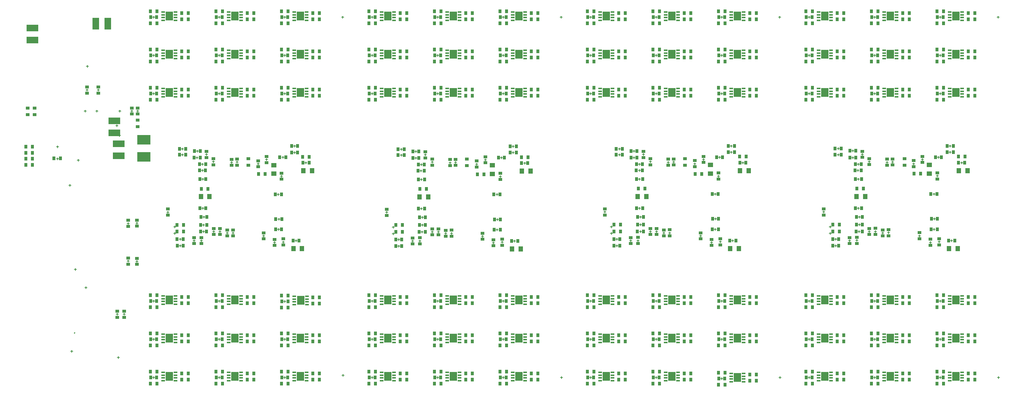
<source format=gbp>
G04*
G04 #@! TF.GenerationSoftware,Altium Limited,Altium Designer,18.1.7 (191)*
G04*
G04 Layer_Color=128*
%FSLAX25Y25*%
%MOIN*%
G70*
G01*
G75*
%ADD10C,0.00787*%
%ADD16C,0.00500*%
%ADD20R,0.03500X0.03000*%
%ADD24R,0.03937X0.04921*%
%ADD26R,0.03000X0.03500*%
%ADD31R,0.03543X0.03000*%
%ADD34R,0.03000X0.03543*%
%ADD36R,0.11000X0.06299*%
%ADD47R,0.06693X0.08071*%
%ADD48R,0.03347X0.01378*%
%ADD52R,0.06299X0.11000*%
%ADD169R,0.12000X0.09000*%
%ADD170R,0.04921X0.03937*%
D10*
X52025Y93202D02*
G03*
X52025Y93202I-394J0D01*
G01*
D16*
X102926Y296599D02*
X104926D01*
X103926Y295599D02*
Y297599D01*
X742376Y184619D02*
X744376D01*
X743376Y183619D02*
Y185619D01*
X542076Y184604D02*
X544076D01*
X543076Y183604D02*
Y185604D01*
X343386Y183259D02*
Y185259D01*
X342386Y184259D02*
X344386D01*
X46306Y228669D02*
X48306D01*
X47306Y227669D02*
Y229669D01*
X62356Y337549D02*
X64356D01*
X63356Y336549D02*
Y338549D01*
X124009Y381418D02*
Y383418D01*
X123009Y382418D02*
X125009D01*
X826546Y252185D02*
X828546D01*
X827546Y251185D02*
Y253185D01*
X862583Y249129D02*
X864583D01*
X863583Y248129D02*
Y250129D01*
X795312Y248687D02*
Y250687D01*
X794312Y249687D02*
X796312D01*
X784746Y185273D02*
Y187273D01*
X783746Y186273D02*
X785746D01*
X837246Y220429D02*
X839246D01*
X838246Y219429D02*
Y221429D01*
X824946Y181273D02*
Y183273D01*
X823946Y182273D02*
X825946D01*
X837696Y197720D02*
X839696D01*
X838696Y196720D02*
Y198720D01*
X819746Y247329D02*
Y249329D01*
X818746Y248329D02*
X820746D01*
X800346Y248829D02*
Y250829D01*
X799346Y249829D02*
X801346D01*
X778946Y249129D02*
Y251129D01*
X777946Y250129D02*
X779946D01*
X768146Y234129D02*
X770146D01*
X769146Y233129D02*
Y235129D01*
X768146Y207629D02*
X770146D01*
X769146Y206629D02*
Y208629D01*
X779046Y185229D02*
Y187229D01*
X778046Y186229D02*
X780046D01*
X791346Y183929D02*
Y185929D01*
X790346Y184929D02*
X792346D01*
X747390Y173229D02*
X749390D01*
X748390Y172229D02*
Y174229D01*
X834946Y175273D02*
Y177273D01*
X833946Y176273D02*
X835946D01*
X768846Y186329D02*
X770846D01*
X769846Y185329D02*
Y187329D01*
X768946Y192429D02*
X770946D01*
X769946Y191429D02*
Y193429D01*
X767946Y247829D02*
X769946D01*
X768946Y246829D02*
Y248829D01*
X767846Y242129D02*
X769846D01*
X768846Y241129D02*
Y243129D01*
X747346Y179329D02*
X749346D01*
X748346Y178329D02*
Y180329D01*
X841346Y254229D02*
X843346D01*
X842346Y253229D02*
Y255229D01*
X837446Y188229D02*
X839446D01*
X838446Y187229D02*
Y189229D01*
X842946Y175773D02*
Y177773D01*
X841946Y176773D02*
X843946D01*
X795746Y185029D02*
X797746D01*
X796746Y184029D02*
Y186029D01*
X767746Y177029D02*
Y179029D01*
X766746Y178029D02*
X768746D01*
X769046Y199629D02*
X771046D01*
X770046Y198629D02*
Y200629D01*
X841246Y236029D02*
Y238029D01*
X840246Y237029D02*
X842246D01*
X761146Y176929D02*
Y178929D01*
X760146Y177929D02*
X762146D01*
X763946Y252829D02*
Y254829D01*
X762946Y253829D02*
X764946D01*
X853146Y257729D02*
Y259729D01*
X852146Y258729D02*
X854146D01*
X772528Y255797D02*
Y257797D01*
X771528Y256797D02*
X773528D01*
X854446Y176829D02*
Y178829D01*
X853446Y177829D02*
X855446D01*
X763046Y260029D02*
X765046D01*
X764046Y259029D02*
Y261029D01*
X749546Y262029D02*
X751546D01*
X750546Y261029D02*
Y263029D01*
X852146Y264529D02*
X854146D01*
X853146Y263529D02*
Y265529D01*
X749546Y256529D02*
X751546D01*
X750546Y255529D02*
Y257529D01*
X543076Y189534D02*
Y191534D01*
X542076Y190534D02*
X544076D01*
X536946Y203070D02*
Y205070D01*
X535946Y204070D02*
X537946D01*
X109516Y295569D02*
Y297569D01*
X108516Y296569D02*
X110516D01*
X91877Y296599D02*
X93877D01*
X92877Y295599D02*
Y297599D01*
X89496Y283279D02*
X91496D01*
X90496Y282279D02*
Y284279D01*
X92752Y273319D02*
Y275319D01*
X91752Y274319D02*
X93752D01*
X35898Y251973D02*
Y253973D01*
X34898Y252973D02*
X36898D01*
X124009Y311418D02*
Y313418D01*
X123009Y312418D02*
X125009D01*
X724009Y121418D02*
Y123418D01*
X723009Y122418D02*
X725009D01*
X723009D02*
X725009D01*
X724009Y121418D02*
Y123418D01*
X342386Y190189D02*
X344386D01*
X343386Y189189D02*
Y191189D01*
X347356Y178969D02*
X349356D01*
X348356Y177969D02*
Y179969D01*
X368856Y185969D02*
X370856D01*
X369856Y184969D02*
Y186969D01*
X368956Y192069D02*
X370956D01*
X369956Y191069D02*
Y193069D01*
X368156Y233769D02*
X370156D01*
X369156Y232769D02*
Y234769D01*
X367856Y241769D02*
X369856D01*
X368856Y240769D02*
Y242769D01*
X391356Y183569D02*
Y185569D01*
X390356Y184569D02*
X392356D01*
X453456Y177469D02*
X455456D01*
X454456Y176469D02*
Y178469D01*
X452156Y258369D02*
X454156D01*
X453156Y257369D02*
Y259369D01*
X452156Y264169D02*
X454156D01*
X453156Y263169D02*
Y265169D01*
X347400Y172869D02*
X349400D01*
X348400Y171869D02*
Y173869D01*
X362956Y253469D02*
X364956D01*
X363956Y252469D02*
Y254469D01*
X367756Y176669D02*
Y178669D01*
X366756Y177669D02*
X368756D01*
X368156Y207269D02*
X370156D01*
X369156Y206269D02*
Y208269D01*
X369056Y199269D02*
X371056D01*
X370056Y198269D02*
Y200269D01*
X363056Y259669D02*
X365056D01*
X364056Y258669D02*
Y260669D01*
X384756Y184913D02*
Y186913D01*
X383756Y185913D02*
X385756D01*
X400356Y248469D02*
Y250469D01*
X399356Y249469D02*
X401356D01*
X437456Y187869D02*
X439456D01*
X438456Y186869D02*
Y188869D01*
X437256Y220069D02*
X439256D01*
X438256Y219069D02*
Y221069D01*
X441356Y253869D02*
X443356D01*
X442356Y252869D02*
Y254869D01*
X367956Y247469D02*
X369956D01*
X368956Y246469D02*
Y248469D01*
X336256Y203725D02*
X338256D01*
X337256Y202725D02*
Y204725D01*
X349556Y256169D02*
X351556D01*
X350556Y255169D02*
Y257169D01*
X372538Y255437D02*
Y257437D01*
X371538Y256437D02*
X373538D01*
X396756Y183669D02*
Y185669D01*
X395756Y184669D02*
X397756D01*
X424956Y180913D02*
Y182913D01*
X423956Y181913D02*
X425956D01*
X434956Y174913D02*
Y176913D01*
X433956Y175913D02*
X435956D01*
X442956Y175413D02*
Y177413D01*
X441956Y176413D02*
X443956D01*
X441256Y235669D02*
Y237669D01*
X440256Y236669D02*
X442256D01*
X419756Y246969D02*
Y248969D01*
X418756Y247969D02*
X420756D01*
X427556Y250825D02*
Y252825D01*
X426556Y251825D02*
X428556D01*
X462593Y248769D02*
X464593D01*
X463593Y247769D02*
Y249769D01*
X349556Y261669D02*
X351556D01*
X350556Y260669D02*
Y262669D01*
X379056Y184869D02*
Y186869D01*
X378056Y185869D02*
X380056D01*
X361156Y176569D02*
Y178569D01*
X360156Y177569D02*
X362156D01*
X378956Y248769D02*
Y250769D01*
X377956Y249769D02*
X379956D01*
X395322Y248327D02*
Y250327D01*
X394322Y249327D02*
X396322D01*
X437706Y197360D02*
X439706D01*
X438706Y196360D02*
Y198360D01*
X495985Y382676D02*
X497985D01*
X496985Y381676D02*
Y383676D01*
X324009Y311418D02*
Y313418D01*
X323009Y312418D02*
X325009D01*
X724009Y311418D02*
Y313418D01*
X723009Y312418D02*
X725009D01*
X324009Y346418D02*
Y348418D01*
X323009Y347418D02*
X325009D01*
X524009Y346418D02*
Y348418D01*
X523009Y347418D02*
X525009D01*
X724009Y346418D02*
Y348418D01*
X723009Y347418D02*
X725009D01*
X324009Y381418D02*
Y383418D01*
X323009Y382418D02*
X325009D01*
X524009Y381418D02*
Y383418D01*
X523009Y382418D02*
X525009D01*
X724009Y381418D02*
Y383418D01*
X723009Y382418D02*
X725009D01*
X384009Y311418D02*
Y313418D01*
X383009Y312418D02*
X385009D01*
X584009Y311418D02*
Y313418D01*
X583009Y312418D02*
X585009D01*
X784009Y311418D02*
Y313418D01*
X783009Y312418D02*
X785009D01*
X384009Y346418D02*
Y348418D01*
X383009Y347418D02*
X385009D01*
X584009Y346418D02*
Y348418D01*
X583009Y347418D02*
X585009D01*
X784009Y346418D02*
Y348418D01*
X783009Y347418D02*
X785009D01*
X384009Y381418D02*
Y383418D01*
X383009Y382418D02*
X385009D01*
X584009Y381418D02*
Y383418D01*
X583009Y382418D02*
X585009D01*
X784009Y381418D02*
Y383418D01*
X783009Y382418D02*
X785009D01*
X444009Y311418D02*
Y313418D01*
X443009Y312418D02*
X445009D01*
X644009Y311418D02*
Y313418D01*
X643009Y312418D02*
X645009D01*
X844009Y311418D02*
Y313418D01*
X843009Y312418D02*
X845009D01*
X444009Y346418D02*
Y348418D01*
X443009Y347418D02*
X445009D01*
X644009Y346418D02*
Y348418D01*
X643009Y347418D02*
X645009D01*
X844009Y346418D02*
Y348418D01*
X843009Y347418D02*
X845009D01*
X444009Y381418D02*
Y383418D01*
X443009Y382418D02*
X445009D01*
X644009Y381418D02*
Y383418D01*
X643009Y382418D02*
X645009D01*
X844009Y381418D02*
Y383418D01*
X843009Y382418D02*
X845009D01*
X324009Y121418D02*
Y123418D01*
X323009Y122418D02*
X325009D01*
X524009Y121418D02*
Y123418D01*
X523009Y122418D02*
X525009D01*
X324009Y86418D02*
Y88418D01*
X323009Y87418D02*
X325009D01*
X524009Y86418D02*
Y88418D01*
X523009Y87418D02*
X525009D01*
X724009Y86418D02*
Y88418D01*
X723009Y87418D02*
X725009D01*
X323009Y52418D02*
X325009D01*
X324009Y51418D02*
Y53418D01*
X523009Y52418D02*
X525009D01*
X524009Y51418D02*
Y53418D01*
X723009Y52418D02*
X725009D01*
X724009Y51418D02*
Y53418D01*
X384009Y121418D02*
Y123418D01*
X383009Y122418D02*
X385009D01*
X584009Y121418D02*
Y123418D01*
X583009Y122418D02*
X585009D01*
X784009Y121418D02*
Y123418D01*
X783009Y122418D02*
X785009D01*
X384009Y86418D02*
Y88418D01*
X383009Y87418D02*
X385009D01*
X584009Y86418D02*
Y88418D01*
X583009Y87418D02*
X585009D01*
X784009Y86418D02*
Y88418D01*
X783009Y87418D02*
X785009D01*
X384009Y51418D02*
Y53418D01*
X383009Y52418D02*
X385009D01*
X584009Y51418D02*
Y53418D01*
X583009Y52418D02*
X585009D01*
X784009Y51418D02*
Y53418D01*
X783009Y52418D02*
X785009D01*
X444009Y121418D02*
Y123418D01*
X443009Y122418D02*
X445009D01*
X644009Y121418D02*
Y123418D01*
X643009Y122418D02*
X645009D01*
X844009Y121418D02*
Y123418D01*
X843009Y122418D02*
X845009D01*
X444009Y86418D02*
Y88418D01*
X443009Y87418D02*
X445009D01*
X644009Y86418D02*
Y88418D01*
X643009Y87418D02*
X645009D01*
X844009Y86418D02*
Y88418D01*
X843009Y87418D02*
X845009D01*
X444009Y51418D02*
Y53418D01*
X443009Y52418D02*
X445009D01*
X644009Y50418D02*
Y52418D01*
X643009Y51418D02*
X645009D01*
X844009D02*
Y53418D01*
X843009Y52418D02*
X845009D01*
X524009Y311418D02*
Y313418D01*
X523009Y312418D02*
X525009D01*
X143276Y183519D02*
Y185519D01*
X142276Y184519D02*
X144276D01*
X143276Y189449D02*
Y191449D01*
X142276Y190449D02*
X144276D01*
X137146Y202985D02*
Y204985D01*
X136146Y203985D02*
X138146D01*
X123009Y87418D02*
X125009D01*
X124009Y86418D02*
Y88418D01*
X123009Y122418D02*
X125009D01*
X124009Y121418D02*
Y123418D01*
X123009Y52418D02*
X125009D01*
X124009Y51418D02*
Y53418D01*
X183009Y122418D02*
X185009D01*
X184009Y121418D02*
Y123418D01*
X183009Y87418D02*
X185009D01*
X184009Y86418D02*
Y88418D01*
X183009Y52418D02*
X185009D01*
X184009Y51418D02*
Y53418D01*
X243126Y122059D02*
X245126D01*
X244126Y121059D02*
Y123059D01*
X243009Y87418D02*
X245009D01*
X244009Y86418D02*
Y88418D01*
X243009Y52418D02*
X245009D01*
X244009Y51418D02*
Y53418D01*
X123009Y122418D02*
X125009D01*
X124009Y121418D02*
Y123418D01*
X297267Y53442D02*
Y55442D01*
X296267Y54442D02*
X298267D01*
X243009Y52418D02*
X245009D01*
X244009Y51418D02*
Y53418D01*
X243009Y87418D02*
X245009D01*
X244009Y86418D02*
Y88418D01*
X243126Y122059D02*
X245126D01*
X244126Y121059D02*
Y123059D01*
X183009Y52418D02*
X185009D01*
X184009Y51418D02*
Y53418D01*
X183009Y87418D02*
X185009D01*
X184009Y86418D02*
Y88418D01*
X183009Y122418D02*
X185009D01*
X184009Y121418D02*
Y123418D01*
X123009Y52418D02*
X125009D01*
X124009Y51418D02*
Y53418D01*
X123009Y87418D02*
X125009D01*
X124009Y86418D02*
Y88418D01*
X184009Y381418D02*
Y383418D01*
X183009Y382418D02*
X185009D01*
X123009Y312418D02*
X125009D01*
X124009Y311418D02*
Y313418D01*
X243009Y312418D02*
X245009D01*
X244009Y311418D02*
Y313418D01*
X123009Y382418D02*
X125009D01*
X124009Y381418D02*
Y383418D01*
X243009Y382418D02*
X245009D01*
X244009Y381418D02*
Y383418D01*
X123009Y347418D02*
X125009D01*
X124009Y346418D02*
Y348418D01*
X243009Y347418D02*
X245009D01*
X244009Y346418D02*
Y348418D01*
X183009Y312418D02*
X185009D01*
X184009Y311418D02*
Y313418D01*
X183009Y382418D02*
X185009D01*
X184009Y381418D02*
Y383418D01*
X183009Y347418D02*
X185009D01*
X184009Y346418D02*
Y348418D01*
X243009Y312418D02*
X245009D01*
X244009Y311418D02*
Y313418D01*
X243009Y382418D02*
X245009D01*
X244009Y381418D02*
Y383418D01*
X123009Y347418D02*
X125009D01*
X124009Y346418D02*
Y348418D01*
X243009Y347418D02*
X245009D01*
X244009Y346418D02*
Y348418D01*
X183009Y312418D02*
X185009D01*
X184009Y311418D02*
Y313418D01*
X296985Y381676D02*
Y383676D01*
X295985Y382676D02*
X297985D01*
X183009Y347418D02*
X185009D01*
X184009Y346418D02*
Y348418D01*
X723009Y312418D02*
X725009D01*
X724009Y311418D02*
Y313418D01*
X523009Y312418D02*
X525009D01*
X524009Y311418D02*
Y313418D01*
X323009Y312418D02*
X325009D01*
X324009Y311418D02*
Y313418D01*
X897267Y51442D02*
Y53442D01*
X896267Y52442D02*
X898267D01*
X697267Y51442D02*
Y53442D01*
X696267Y52442D02*
X698267D01*
X497267Y51442D02*
Y53442D01*
X496267Y52442D02*
X498267D01*
X843009Y52418D02*
X845009D01*
X844009Y51418D02*
Y53418D01*
X643009Y51418D02*
X645009D01*
X644009Y50418D02*
Y52418D01*
X443009D02*
X445009D01*
X444009Y51418D02*
Y53418D01*
X843009Y87418D02*
X845009D01*
X844009Y86418D02*
Y88418D01*
X643009Y87418D02*
X645009D01*
X644009Y86418D02*
Y88418D01*
X443009Y87418D02*
X445009D01*
X444009Y86418D02*
Y88418D01*
X843009Y122418D02*
X845009D01*
X844009Y121418D02*
Y123418D01*
X643009Y122418D02*
X645009D01*
X644009Y121418D02*
Y123418D01*
X443009Y122418D02*
X445009D01*
X444009Y121418D02*
Y123418D01*
X783009Y52418D02*
X785009D01*
X784009Y51418D02*
Y53418D01*
X583009Y52418D02*
X585009D01*
X584009Y51418D02*
Y53418D01*
X383009Y52418D02*
X385009D01*
X384009Y51418D02*
Y53418D01*
X783009Y87418D02*
X785009D01*
X784009Y86418D02*
Y88418D01*
X583009Y87418D02*
X585009D01*
X584009Y86418D02*
Y88418D01*
X383009Y87418D02*
X385009D01*
X384009Y86418D02*
Y88418D01*
X783009Y122418D02*
X785009D01*
X784009Y121418D02*
Y123418D01*
X583009Y122418D02*
X585009D01*
X584009Y121418D02*
Y123418D01*
X383009Y122418D02*
X385009D01*
X384009Y121418D02*
Y123418D01*
X723009Y52418D02*
X725009D01*
X724009Y51418D02*
Y53418D01*
X523009Y52418D02*
X525009D01*
X524009Y51418D02*
Y53418D01*
X323009Y52418D02*
X325009D01*
X324009Y51418D02*
Y53418D01*
X723009Y87418D02*
X725009D01*
X724009Y86418D02*
Y88418D01*
X523009Y87418D02*
X525009D01*
X524009Y86418D02*
Y88418D01*
X323009Y87418D02*
X325009D01*
X324009Y86418D02*
Y88418D01*
X523009Y122418D02*
X525009D01*
X524009Y121418D02*
Y123418D01*
X323009Y122418D02*
X325009D01*
X324009Y121418D02*
Y123418D01*
X896985Y381676D02*
Y383676D01*
X895985Y382676D02*
X897985D01*
X696985Y381676D02*
Y383676D01*
X695985Y382676D02*
X697985D01*
X843009Y382418D02*
X845009D01*
X844009Y381418D02*
Y383418D01*
X643009Y382418D02*
X645009D01*
X644009Y381418D02*
Y383418D01*
X443009Y382418D02*
X445009D01*
X444009Y381418D02*
Y383418D01*
X843009Y347418D02*
X845009D01*
X844009Y346418D02*
Y348418D01*
X643009Y347418D02*
X645009D01*
X644009Y346418D02*
Y348418D01*
X443009Y347418D02*
X445009D01*
X444009Y346418D02*
Y348418D01*
X843009Y312418D02*
X845009D01*
X844009Y311418D02*
Y313418D01*
X643009Y312418D02*
X645009D01*
X644009Y311418D02*
Y313418D01*
X443009Y312418D02*
X445009D01*
X444009Y311418D02*
Y313418D01*
X783009Y382418D02*
X785009D01*
X784009Y381418D02*
Y383418D01*
X583009Y382418D02*
X585009D01*
X584009Y381418D02*
Y383418D01*
X383009Y382418D02*
X385009D01*
X384009Y381418D02*
Y383418D01*
X783009Y347418D02*
X785009D01*
X784009Y346418D02*
Y348418D01*
X583009Y347418D02*
X585009D01*
X584009Y346418D02*
Y348418D01*
X383009Y347418D02*
X385009D01*
X384009Y346418D02*
Y348418D01*
X783009Y312418D02*
X785009D01*
X784009Y311418D02*
Y313418D01*
X583009Y312418D02*
X585009D01*
X584009Y311418D02*
Y313418D01*
X383009Y312418D02*
X385009D01*
X384009Y311418D02*
Y313418D01*
X723009Y382418D02*
X725009D01*
X724009Y381418D02*
Y383418D01*
X523009Y382418D02*
X525009D01*
X524009Y381418D02*
Y383418D01*
X323009Y382418D02*
X325009D01*
X324009Y381418D02*
Y383418D01*
X723009Y347418D02*
X725009D01*
X724009Y346418D02*
Y348418D01*
X523009Y347418D02*
X525009D01*
X524009Y346418D02*
Y348418D01*
X323009Y347418D02*
X325009D01*
X324009Y346418D02*
Y348418D01*
X100836Y158093D02*
Y160093D01*
X99836Y159093D02*
X101836D01*
X100846Y192625D02*
Y194625D01*
X99846Y193625D02*
X101846D01*
X108806Y157849D02*
Y159849D01*
X107806Y158849D02*
X109806D01*
X108706Y192839D02*
Y194839D01*
X107706Y193839D02*
X109706D01*
X262483Y249029D02*
X264483D01*
X263483Y248029D02*
Y250029D01*
X195212Y248587D02*
Y250587D01*
X194212Y249587D02*
X196212D01*
X184646Y185173D02*
Y187173D01*
X183646Y186173D02*
X185646D01*
X237146Y220329D02*
X239146D01*
X238146Y219329D02*
Y221329D01*
X224846Y181173D02*
Y183173D01*
X223846Y182173D02*
X225846D01*
X237596Y197620D02*
X239596D01*
X238596Y196620D02*
Y198620D01*
X219646Y247229D02*
Y249229D01*
X218646Y248229D02*
X220646D01*
X200246Y248729D02*
Y250729D01*
X199246Y249729D02*
X201246D01*
X178846Y249029D02*
Y251029D01*
X177846Y250029D02*
X179846D01*
X168046Y234029D02*
X170046D01*
X169046Y233029D02*
Y235029D01*
X168046Y207529D02*
X170046D01*
X169046Y206529D02*
Y208529D01*
X178946Y185129D02*
Y187129D01*
X177946Y186129D02*
X179946D01*
X191246Y183829D02*
Y185829D01*
X190246Y184829D02*
X192246D01*
X147290Y173129D02*
X149290D01*
X148290Y172129D02*
Y174129D01*
X234846Y175173D02*
Y177173D01*
X233846Y176173D02*
X235846D01*
X168746Y186229D02*
X170746D01*
X169746Y185229D02*
Y187229D01*
X168846Y192329D02*
X170846D01*
X169846Y191329D02*
Y193329D01*
X167846Y247729D02*
X169846D01*
X168846Y246729D02*
Y248729D01*
X167746Y242029D02*
X169746D01*
X168746Y241029D02*
Y243029D01*
X147246Y179229D02*
X149246D01*
X148246Y178229D02*
Y180229D01*
X241246Y254129D02*
X243246D01*
X242246Y253129D02*
Y255129D01*
X237346Y188129D02*
X239346D01*
X238346Y187129D02*
Y189129D01*
X242846Y175673D02*
Y177673D01*
X241846Y176673D02*
X243846D01*
X196646Y183929D02*
Y185929D01*
X195646Y184929D02*
X197646D01*
X167646Y176929D02*
Y178929D01*
X166646Y177929D02*
X168646D01*
X168946Y199529D02*
X170946D01*
X169946Y198529D02*
Y200529D01*
X241146Y235929D02*
Y237929D01*
X240146Y236929D02*
X242146D01*
X161046Y176829D02*
Y178829D01*
X160046Y177829D02*
X162046D01*
X162846Y253729D02*
X164846D01*
X163846Y252729D02*
Y254729D01*
X252046Y258629D02*
X254046D01*
X253046Y257629D02*
Y259629D01*
X172428Y255697D02*
Y257697D01*
X171428Y256697D02*
X173428D01*
X253346Y177729D02*
X255346D01*
X254346Y176729D02*
Y178729D01*
X162946Y259929D02*
X164946D01*
X163946Y258929D02*
Y260929D01*
X149446Y261929D02*
X151446D01*
X150446Y260929D02*
Y262929D01*
X252046Y264429D02*
X254046D01*
X253046Y263429D02*
Y265429D01*
X227446Y251085D02*
Y253085D01*
X226446Y252085D02*
X228446D01*
X149446Y256429D02*
X151446D01*
X150446Y255429D02*
Y257429D01*
X663283Y248114D02*
Y250114D01*
X662283Y249114D02*
X664283D01*
X594012Y249672D02*
X596012D01*
X595012Y248672D02*
Y250672D01*
X583446Y186258D02*
X585446D01*
X584446Y185258D02*
Y187258D01*
X637946Y219414D02*
Y221414D01*
X636946Y220414D02*
X638946D01*
X623646Y182258D02*
X625646D01*
X624646Y181258D02*
Y183258D01*
X638396Y196705D02*
Y198705D01*
X637396Y197705D02*
X639396D01*
X618446Y248314D02*
X620446D01*
X619446Y247314D02*
Y249314D01*
X599046Y249814D02*
X601046D01*
X600046Y248814D02*
Y250814D01*
X577646Y250114D02*
X579646D01*
X578646Y249114D02*
Y251114D01*
X568846Y233114D02*
Y235114D01*
X567846Y234114D02*
X569846D01*
X568846Y206614D02*
Y208614D01*
X567846Y207614D02*
X569846D01*
X577746Y186214D02*
X579746D01*
X578746Y185214D02*
Y187214D01*
X590046Y184914D02*
X592046D01*
X591046Y183914D02*
Y185914D01*
X548090Y172214D02*
Y174214D01*
X547090Y173214D02*
X549090D01*
X633646Y176258D02*
X635646D01*
X634646Y175258D02*
Y177258D01*
X569546Y185314D02*
Y187314D01*
X568546Y186314D02*
X570546D01*
X569646Y191414D02*
Y193414D01*
X568646Y192414D02*
X570646D01*
X568646Y246814D02*
Y248814D01*
X567646Y247814D02*
X569646D01*
X568546Y241114D02*
Y243114D01*
X567546Y242114D02*
X569546D01*
X548046Y178314D02*
Y180314D01*
X547046Y179314D02*
X549046D01*
X642046Y253214D02*
Y255214D01*
X641046Y254214D02*
X643046D01*
X638146Y187214D02*
Y189214D01*
X637146Y188214D02*
X639146D01*
X641646Y176758D02*
X643646D01*
X642646Y175758D02*
Y177758D01*
X595446Y185014D02*
X597446D01*
X596446Y184014D02*
Y186014D01*
X566446Y178014D02*
X568446D01*
X567446Y177014D02*
Y179014D01*
X569746Y198614D02*
Y200614D01*
X568746Y199614D02*
X570746D01*
X639946Y237014D02*
X641946D01*
X640946Y236014D02*
Y238014D01*
X559846Y177914D02*
X561846D01*
X560846Y176914D02*
Y178914D01*
X563646Y252814D02*
Y254814D01*
X562646Y253814D02*
X564646D01*
X652846Y257714D02*
Y259714D01*
X651846Y258714D02*
X653846D01*
X571228Y256782D02*
X573228D01*
X572228Y255782D02*
Y257782D01*
X654146Y176814D02*
Y178814D01*
X653146Y177814D02*
X655146D01*
X563746Y259014D02*
Y261014D01*
X562746Y260014D02*
X564746D01*
X550246Y261014D02*
Y263014D01*
X549246Y262014D02*
X551246D01*
X652846Y263514D02*
Y265514D01*
X651846Y264514D02*
X653846D01*
X626246Y252170D02*
X628246D01*
X627246Y251170D02*
Y253170D01*
X550246Y255514D02*
Y257514D01*
X549246Y256514D02*
X551246D01*
X742376Y190549D02*
X744376D01*
X743376Y189549D02*
Y191549D01*
X36160Y262889D02*
Y264889D01*
X35160Y263889D02*
X37160D01*
X63126Y314709D02*
Y316709D01*
X62126Y315709D02*
X64126D01*
X73366Y314709D02*
Y316709D01*
X72366Y315709D02*
X74366D01*
X55116Y250499D02*
Y252499D01*
X54116Y251499D02*
X56116D01*
X51350Y151549D02*
X53350D01*
X52350Y150549D02*
Y152549D01*
X47976Y76499D02*
X49976D01*
X48976Y75499D02*
Y77499D01*
X62132Y133699D02*
Y135699D01*
X61132Y134699D02*
X63132D01*
X91576Y69699D02*
Y71699D01*
X90576Y70699D02*
X92576D01*
X95976Y110399D02*
X97976D01*
X96976Y109399D02*
Y111399D01*
X89698Y110399D02*
X91698D01*
X90698Y109399D02*
Y111399D01*
X736246Y204085D02*
X738246D01*
X737246Y203085D02*
Y205085D01*
X61246Y295669D02*
Y297669D01*
X60246Y296669D02*
X62246D01*
X71952Y295489D02*
Y297489D01*
X70952Y296489D02*
X72952D01*
D20*
X610256Y246814D02*
D03*
X811406Y246829D02*
D03*
X109506Y288139D02*
D03*
Y282139D02*
D03*
X410546Y246469D02*
D03*
Y252469D02*
D03*
X210676Y252729D02*
D03*
Y246729D02*
D03*
X610256Y252814D02*
D03*
X8626Y299089D02*
D03*
Y293089D02*
D03*
X15146Y299089D02*
D03*
Y293089D02*
D03*
X811406Y252829D02*
D03*
D24*
X459893Y170169D02*
D03*
X375293Y217869D02*
D03*
X461156Y241569D02*
D03*
X175183Y218129D02*
D03*
X261046Y241829D02*
D03*
X574983Y218214D02*
D03*
X660846Y241914D02*
D03*
X775283Y218229D02*
D03*
X861146Y241929D02*
D03*
X259783Y170429D02*
D03*
X659583Y170514D02*
D03*
X859883Y170529D02*
D03*
X268920Y241829D02*
D03*
X367419Y217869D02*
D03*
X452019Y170169D02*
D03*
X469030Y241569D02*
D03*
X869020Y241929D02*
D03*
X767409Y218229D02*
D03*
X852009Y170529D02*
D03*
X167309Y218129D02*
D03*
X251909Y170429D02*
D03*
X668720Y241914D02*
D03*
X567109Y218214D02*
D03*
X651709Y170514D02*
D03*
D26*
X7180Y247229D02*
D03*
X13180D02*
D03*
Y252783D02*
D03*
X7180D02*
D03*
X460593Y254359D02*
D03*
X173746Y225329D02*
D03*
X373856Y225069D02*
D03*
X773846Y225429D02*
D03*
X260483Y254619D02*
D03*
X660283Y254704D02*
D03*
X860583Y254719D02*
D03*
X420486Y238449D02*
D03*
X820136Y239129D02*
D03*
X573546Y225414D02*
D03*
X266483Y254619D02*
D03*
X727009Y127918D02*
D03*
X721009D02*
D03*
X727009Y116918D02*
D03*
X721009D02*
D03*
X351556Y185969D02*
D03*
X345556D02*
D03*
X351556Y192069D02*
D03*
X345556D02*
D03*
X367856Y225069D02*
D03*
X426486Y238449D02*
D03*
X466593Y254359D02*
D03*
X349709Y310518D02*
D03*
X355709D02*
D03*
X349709Y316218D02*
D03*
X355709D02*
D03*
X321009Y306918D02*
D03*
X327009D02*
D03*
X321009Y317918D02*
D03*
X327009D02*
D03*
X721009Y306918D02*
D03*
X727009D02*
D03*
X749709Y310518D02*
D03*
X755709D02*
D03*
X721009Y317918D02*
D03*
X727009D02*
D03*
X749709Y316218D02*
D03*
X755709D02*
D03*
X321009Y341918D02*
D03*
X327009D02*
D03*
X349709Y345518D02*
D03*
X355709D02*
D03*
X321009Y352918D02*
D03*
X327009D02*
D03*
X349709Y351218D02*
D03*
X355709D02*
D03*
X521009Y341918D02*
D03*
X527009D02*
D03*
X549709Y345518D02*
D03*
X555709D02*
D03*
X521009Y352918D02*
D03*
X527009D02*
D03*
X549709Y351218D02*
D03*
X555709D02*
D03*
X721009Y341918D02*
D03*
X727009D02*
D03*
X749709Y345518D02*
D03*
X755709D02*
D03*
X721009Y352918D02*
D03*
X727009D02*
D03*
X749709Y351218D02*
D03*
X755709D02*
D03*
X321009Y376918D02*
D03*
X327009D02*
D03*
X349709Y380518D02*
D03*
X355709D02*
D03*
X321009Y387918D02*
D03*
X327009D02*
D03*
X349709Y386218D02*
D03*
X355709D02*
D03*
X521009Y376918D02*
D03*
X527009D02*
D03*
X549709Y380518D02*
D03*
X555709D02*
D03*
X521009Y387918D02*
D03*
X527009D02*
D03*
X549709Y386218D02*
D03*
X555709D02*
D03*
X721009Y376918D02*
D03*
X727009D02*
D03*
X749709Y380518D02*
D03*
X755709D02*
D03*
X721009Y387918D02*
D03*
X727009D02*
D03*
X749709Y386218D02*
D03*
X755709D02*
D03*
X381009Y306918D02*
D03*
X387009D02*
D03*
X409709Y310518D02*
D03*
X415709D02*
D03*
X381009Y317918D02*
D03*
X387009D02*
D03*
X409709Y316218D02*
D03*
X415709D02*
D03*
X581009Y306918D02*
D03*
X587009D02*
D03*
X609709Y310518D02*
D03*
X615709D02*
D03*
X581009Y317918D02*
D03*
X587009D02*
D03*
X609709Y316218D02*
D03*
X615709D02*
D03*
X781009Y306918D02*
D03*
X787009D02*
D03*
X809709Y310518D02*
D03*
X815709D02*
D03*
X781009Y317918D02*
D03*
X787009D02*
D03*
X809709Y316218D02*
D03*
X815709D02*
D03*
X381009Y341918D02*
D03*
X387009D02*
D03*
X409709Y345518D02*
D03*
X415709D02*
D03*
X381009Y352918D02*
D03*
X387009D02*
D03*
X409709Y351218D02*
D03*
X415709D02*
D03*
X581009Y341918D02*
D03*
X587009D02*
D03*
X609709Y345518D02*
D03*
X615709D02*
D03*
X581009Y352918D02*
D03*
X587009D02*
D03*
X609709Y351218D02*
D03*
X615709D02*
D03*
X781009Y341918D02*
D03*
X787009D02*
D03*
X809709Y345518D02*
D03*
X815709D02*
D03*
X781009Y352918D02*
D03*
X787009D02*
D03*
X809709Y351218D02*
D03*
X815709D02*
D03*
X381009Y376918D02*
D03*
X387009D02*
D03*
X409709Y380518D02*
D03*
X415709D02*
D03*
X381009Y387918D02*
D03*
X387009D02*
D03*
X409709Y386218D02*
D03*
X415709D02*
D03*
X581009Y376918D02*
D03*
X587009D02*
D03*
X609709Y380518D02*
D03*
X615709D02*
D03*
X581009Y387918D02*
D03*
X587009D02*
D03*
X609709Y386218D02*
D03*
X615709D02*
D03*
X781009Y376918D02*
D03*
X787009D02*
D03*
X809709Y380518D02*
D03*
X815709D02*
D03*
X781009Y387918D02*
D03*
X787009D02*
D03*
X809709Y386218D02*
D03*
X815709D02*
D03*
X441009Y306918D02*
D03*
X447009D02*
D03*
X469709Y310518D02*
D03*
X475709D02*
D03*
X441009Y317918D02*
D03*
X447009D02*
D03*
X469709Y316218D02*
D03*
X475709D02*
D03*
X641009Y306918D02*
D03*
X647009D02*
D03*
X669709Y310518D02*
D03*
X675709D02*
D03*
X641009Y317918D02*
D03*
X647009D02*
D03*
X669709Y316218D02*
D03*
X675709D02*
D03*
X841009Y306918D02*
D03*
X847009D02*
D03*
X869709Y310518D02*
D03*
X875709D02*
D03*
X841009Y317918D02*
D03*
X847009D02*
D03*
X869709Y316218D02*
D03*
X875709D02*
D03*
X441009Y341918D02*
D03*
X447009D02*
D03*
X469709Y345518D02*
D03*
X475709D02*
D03*
X441009Y352918D02*
D03*
X447009D02*
D03*
X469709Y351218D02*
D03*
X475709D02*
D03*
X641009Y341918D02*
D03*
X647009D02*
D03*
X669709Y345518D02*
D03*
X675709D02*
D03*
X641009Y352918D02*
D03*
X647009D02*
D03*
X669709Y351218D02*
D03*
X675709D02*
D03*
X841009Y341918D02*
D03*
X847009D02*
D03*
X869709Y345518D02*
D03*
X875709D02*
D03*
X841009Y352918D02*
D03*
X847009D02*
D03*
X869709Y351218D02*
D03*
X875709D02*
D03*
X441009Y376918D02*
D03*
X447009D02*
D03*
X469709Y380518D02*
D03*
X475709D02*
D03*
X441009Y387918D02*
D03*
X447009D02*
D03*
X469709Y386218D02*
D03*
X475709D02*
D03*
X641009Y376918D02*
D03*
X647009D02*
D03*
X669709Y380518D02*
D03*
X675709D02*
D03*
X641009Y387918D02*
D03*
X647009D02*
D03*
X669709Y386218D02*
D03*
X675709D02*
D03*
X841009Y376918D02*
D03*
X847009D02*
D03*
X869709Y380518D02*
D03*
X875709D02*
D03*
X841009Y387918D02*
D03*
X847009D02*
D03*
X869709Y386218D02*
D03*
X875709D02*
D03*
X321009Y116918D02*
D03*
X327009D02*
D03*
X349709Y120518D02*
D03*
X355709D02*
D03*
X321009Y127918D02*
D03*
X327009D02*
D03*
X349709Y126218D02*
D03*
X355709D02*
D03*
X521009Y116918D02*
D03*
X527009D02*
D03*
X549709Y120518D02*
D03*
X555709D02*
D03*
X521009Y127918D02*
D03*
X527009D02*
D03*
X549709Y126218D02*
D03*
X555709D02*
D03*
X749709Y120518D02*
D03*
X755709D02*
D03*
X749709Y126218D02*
D03*
X755709D02*
D03*
X321009Y81918D02*
D03*
X327009D02*
D03*
X349709Y85518D02*
D03*
X355709D02*
D03*
X321009Y92918D02*
D03*
X327009D02*
D03*
X349709Y91218D02*
D03*
X355709D02*
D03*
X521009Y81918D02*
D03*
X527009D02*
D03*
X549709Y85518D02*
D03*
X555709D02*
D03*
X521009Y92918D02*
D03*
X527009D02*
D03*
X549709Y91218D02*
D03*
X555709D02*
D03*
X721009Y81918D02*
D03*
X727009D02*
D03*
X749709Y85518D02*
D03*
X755709D02*
D03*
X721009Y92918D02*
D03*
X727009D02*
D03*
X749709Y91218D02*
D03*
X755709D02*
D03*
X321009Y46918D02*
D03*
X327009D02*
D03*
X349709Y50518D02*
D03*
X355709D02*
D03*
X321009Y57918D02*
D03*
X327009D02*
D03*
X349709Y56218D02*
D03*
X355709D02*
D03*
X521009Y46918D02*
D03*
X527009D02*
D03*
X549709Y50518D02*
D03*
X555709D02*
D03*
X521009Y57918D02*
D03*
X527009D02*
D03*
X549709Y56218D02*
D03*
X555709D02*
D03*
X721009Y46918D02*
D03*
X727009D02*
D03*
X749709Y50518D02*
D03*
X755709D02*
D03*
X721009Y57918D02*
D03*
X727009D02*
D03*
X749709Y56218D02*
D03*
X755709D02*
D03*
X381009Y116918D02*
D03*
X387009D02*
D03*
X409709Y120518D02*
D03*
X415709D02*
D03*
X381009Y127918D02*
D03*
X387009D02*
D03*
X409709Y126218D02*
D03*
X415709D02*
D03*
X581009Y116918D02*
D03*
X587009D02*
D03*
X609709Y120518D02*
D03*
X615709D02*
D03*
X581009Y127918D02*
D03*
X587009D02*
D03*
X609709Y126218D02*
D03*
X615709D02*
D03*
X781009Y116918D02*
D03*
X787009D02*
D03*
X809709Y120518D02*
D03*
X815709D02*
D03*
X781009Y127918D02*
D03*
X787009D02*
D03*
X809709Y126218D02*
D03*
X815709D02*
D03*
X381009Y81918D02*
D03*
X387009D02*
D03*
X409709Y85518D02*
D03*
X415709D02*
D03*
X381009Y92918D02*
D03*
X387009D02*
D03*
X409709Y91218D02*
D03*
X415709D02*
D03*
X581009Y81918D02*
D03*
X587009D02*
D03*
X609709Y85518D02*
D03*
X615709D02*
D03*
X581009Y92918D02*
D03*
X587009D02*
D03*
X609709Y91218D02*
D03*
X615709D02*
D03*
X781009Y81918D02*
D03*
X787009D02*
D03*
X809709Y85518D02*
D03*
X815709D02*
D03*
X781009Y92918D02*
D03*
X787009D02*
D03*
X809709Y91218D02*
D03*
X815709D02*
D03*
X381009Y46918D02*
D03*
X387009D02*
D03*
X409709Y50518D02*
D03*
X415709D02*
D03*
X381009Y57918D02*
D03*
X387009D02*
D03*
X409709Y56218D02*
D03*
X415709D02*
D03*
X581009Y46918D02*
D03*
X587009D02*
D03*
X609709Y50518D02*
D03*
X615709D02*
D03*
X581009Y57918D02*
D03*
X587009D02*
D03*
X609709Y56218D02*
D03*
X615709D02*
D03*
X781009Y46918D02*
D03*
X787009D02*
D03*
X809709Y50518D02*
D03*
X815709D02*
D03*
X781009Y57918D02*
D03*
X787009D02*
D03*
X809709Y56218D02*
D03*
X815709D02*
D03*
X441009Y116918D02*
D03*
X447009D02*
D03*
X469709Y120518D02*
D03*
X475709D02*
D03*
X441009Y127918D02*
D03*
X447009D02*
D03*
X469709Y126218D02*
D03*
X475709D02*
D03*
X641009Y116918D02*
D03*
X647009D02*
D03*
X669709Y120518D02*
D03*
X675709D02*
D03*
X641009Y127918D02*
D03*
X647009D02*
D03*
X669709Y126218D02*
D03*
X675709D02*
D03*
X841009Y116918D02*
D03*
X847009D02*
D03*
X869709Y120518D02*
D03*
X875709D02*
D03*
X841009Y127918D02*
D03*
X847009D02*
D03*
X869709Y126218D02*
D03*
X875709D02*
D03*
X441009Y81918D02*
D03*
X447009D02*
D03*
X469709Y85518D02*
D03*
X475709D02*
D03*
X441009Y92918D02*
D03*
X447009D02*
D03*
X469709Y91218D02*
D03*
X475709D02*
D03*
X641009Y81918D02*
D03*
X647009D02*
D03*
X669709Y85518D02*
D03*
X675709D02*
D03*
X641009Y92918D02*
D03*
X647009D02*
D03*
X669709Y91218D02*
D03*
X675709D02*
D03*
X841009Y81918D02*
D03*
X847009D02*
D03*
X869709Y85518D02*
D03*
X875709D02*
D03*
X841009Y92918D02*
D03*
X847009D02*
D03*
X869709Y91218D02*
D03*
X875709D02*
D03*
X441009Y46918D02*
D03*
X447009D02*
D03*
X469709Y50518D02*
D03*
X475709D02*
D03*
X441009Y57918D02*
D03*
X447009D02*
D03*
X469709Y56218D02*
D03*
X475709D02*
D03*
X641009Y45918D02*
D03*
X647009D02*
D03*
X669709Y49518D02*
D03*
X675709D02*
D03*
X641009Y56918D02*
D03*
X647009D02*
D03*
X669709Y55218D02*
D03*
X675709D02*
D03*
X841009Y46918D02*
D03*
X847009D02*
D03*
X869709Y50518D02*
D03*
X875709D02*
D03*
X841009Y57918D02*
D03*
X847009D02*
D03*
X869709Y56218D02*
D03*
X875709D02*
D03*
X521009Y306918D02*
D03*
X527009D02*
D03*
X549709Y310518D02*
D03*
X555709D02*
D03*
X521009Y317918D02*
D03*
X527009D02*
D03*
X549709Y316218D02*
D03*
X555709D02*
D03*
X155709Y91218D02*
D03*
X149709D02*
D03*
X127009Y92918D02*
D03*
X121009D02*
D03*
X155709Y85518D02*
D03*
X149709D02*
D03*
X127009Y81918D02*
D03*
X121009D02*
D03*
X127009Y116918D02*
D03*
X121009D02*
D03*
X155709Y120518D02*
D03*
X149709D02*
D03*
X127009Y127918D02*
D03*
X121009D02*
D03*
X155709Y126218D02*
D03*
X149709D02*
D03*
X127009Y46918D02*
D03*
X121009D02*
D03*
X155709Y50518D02*
D03*
X149709D02*
D03*
X127009Y57918D02*
D03*
X121009D02*
D03*
X155709Y56218D02*
D03*
X149709D02*
D03*
X187009Y116918D02*
D03*
X181009D02*
D03*
X215709Y120518D02*
D03*
X209709D02*
D03*
X187009Y127918D02*
D03*
X181009D02*
D03*
X215709Y126218D02*
D03*
X209709D02*
D03*
X187009Y81918D02*
D03*
X181009D02*
D03*
X215709Y85518D02*
D03*
X209709D02*
D03*
X187009Y92918D02*
D03*
X181009D02*
D03*
X215709Y91218D02*
D03*
X209709D02*
D03*
X187009Y46918D02*
D03*
X181009D02*
D03*
X215709Y50518D02*
D03*
X209709D02*
D03*
X187009Y57918D02*
D03*
X181009D02*
D03*
X215709Y56218D02*
D03*
X209709D02*
D03*
X247126Y116559D02*
D03*
X241126D02*
D03*
X275826Y120159D02*
D03*
X269826D02*
D03*
X247126Y127559D02*
D03*
X241126D02*
D03*
X275826Y125859D02*
D03*
X269826D02*
D03*
X247009Y81918D02*
D03*
X241009D02*
D03*
X275709Y85518D02*
D03*
X269709D02*
D03*
X247009Y92918D02*
D03*
X241009D02*
D03*
X275709Y91218D02*
D03*
X269709D02*
D03*
X247009Y46918D02*
D03*
X241009D02*
D03*
X275709Y50518D02*
D03*
X269709D02*
D03*
X247009Y57918D02*
D03*
X241009D02*
D03*
X275709Y56218D02*
D03*
X269709D02*
D03*
X127009Y306918D02*
D03*
X121009D02*
D03*
X127009Y352918D02*
D03*
X121009D02*
D03*
X127009Y376918D02*
D03*
X121009D02*
D03*
X215709Y345518D02*
D03*
X209709D02*
D03*
X215709Y386218D02*
D03*
X209709D02*
D03*
X247009Y306918D02*
D03*
X241009D02*
D03*
X247009Y352918D02*
D03*
X241009D02*
D03*
X247009Y376918D02*
D03*
X241009D02*
D03*
X127009Y317918D02*
D03*
X121009D02*
D03*
X127009Y341918D02*
D03*
X121009D02*
D03*
X127009Y387918D02*
D03*
X121009D02*
D03*
X215709Y310518D02*
D03*
X209709D02*
D03*
X215709Y316218D02*
D03*
X209709D02*
D03*
X215709Y351218D02*
D03*
X209709D02*
D03*
X215709Y380518D02*
D03*
X209709D02*
D03*
X247009Y317918D02*
D03*
X241009D02*
D03*
X247009Y341918D02*
D03*
X241009D02*
D03*
X247009Y387918D02*
D03*
X241009D02*
D03*
X155709Y345518D02*
D03*
X149709D02*
D03*
X155709Y386218D02*
D03*
X149709D02*
D03*
X187009Y306918D02*
D03*
X181009D02*
D03*
X187009Y352918D02*
D03*
X181009D02*
D03*
X187009Y376918D02*
D03*
X181009D02*
D03*
X275709Y345518D02*
D03*
X269709D02*
D03*
X275709Y386218D02*
D03*
X269709D02*
D03*
X155709Y310518D02*
D03*
X149709D02*
D03*
X155709Y316218D02*
D03*
X149709D02*
D03*
X155709Y351218D02*
D03*
X149709D02*
D03*
X155709Y380518D02*
D03*
X149709D02*
D03*
X187009Y317918D02*
D03*
X181009D02*
D03*
X187009Y341918D02*
D03*
X181009D02*
D03*
X187009Y387918D02*
D03*
X181009D02*
D03*
X275709Y310518D02*
D03*
X269709D02*
D03*
X275709Y316218D02*
D03*
X269709D02*
D03*
X275709Y351218D02*
D03*
X269709D02*
D03*
X275709Y380518D02*
D03*
X269709D02*
D03*
X866583Y254719D02*
D03*
X226026Y238839D02*
D03*
X220026D02*
D03*
X625786Y238899D02*
D03*
X619786D02*
D03*
X666283Y254704D02*
D03*
X167746Y225329D02*
D03*
X145446Y192329D02*
D03*
X151446D02*
D03*
X145446Y186229D02*
D03*
X151446D02*
D03*
X567546Y225414D02*
D03*
X545246Y192414D02*
D03*
X551246D02*
D03*
X545246Y186314D02*
D03*
X551246D02*
D03*
X32827Y253150D02*
D03*
X38827D02*
D03*
X13180Y263889D02*
D03*
X7180D02*
D03*
Y258336D02*
D03*
X13180D02*
D03*
X826136Y239129D02*
D03*
X751546Y192429D02*
D03*
X745546D02*
D03*
X751546Y186329D02*
D03*
X745546D02*
D03*
X767846Y225429D02*
D03*
D31*
X103926Y293843D02*
D03*
Y299355D02*
D03*
X372538Y253681D02*
D03*
X434956Y178669D02*
D03*
X172428Y253941D02*
D03*
X234846Y178929D02*
D03*
X572228Y254026D02*
D03*
X634646Y179014D02*
D03*
X772528Y254041D02*
D03*
X834946Y179029D02*
D03*
X441256Y239425D02*
D03*
X391356Y181813D02*
D03*
X379056Y183113D02*
D03*
X378956Y252525D02*
D03*
X400356Y252225D02*
D03*
X419756Y250725D02*
D03*
X424956Y179157D02*
D03*
X384756Y183157D02*
D03*
X395322Y252083D02*
D03*
X241146Y239685D02*
D03*
X191246Y182073D02*
D03*
X178946Y183373D02*
D03*
X178846Y252785D02*
D03*
X200246Y252485D02*
D03*
X219646Y250985D02*
D03*
X224846Y179417D02*
D03*
X184646Y183417D02*
D03*
X195212Y252343D02*
D03*
X640946Y239770D02*
D03*
X591046Y182158D02*
D03*
X578746Y183458D02*
D03*
X578646Y252870D02*
D03*
X600046Y252570D02*
D03*
X619446Y251070D02*
D03*
X624646Y179502D02*
D03*
X584446Y183502D02*
D03*
X595012Y252428D02*
D03*
X841246Y239785D02*
D03*
X791346Y182173D02*
D03*
X779046Y183473D02*
D03*
X778946Y252885D02*
D03*
X800346Y252585D02*
D03*
X819746Y251085D02*
D03*
X824946Y179517D02*
D03*
X784746Y183517D02*
D03*
X795312Y252443D02*
D03*
X227446Y254841D02*
D03*
X161046Y180585D02*
D03*
X167646Y175173D02*
D03*
X196646Y182173D02*
D03*
X242846Y173917D02*
D03*
X627246Y254926D02*
D03*
X560846Y180670D02*
D03*
X567446Y175258D02*
D03*
X596446Y182258D02*
D03*
X642646Y174002D02*
D03*
X827546Y254941D02*
D03*
X761146Y180685D02*
D03*
X767746Y175273D02*
D03*
X796746Y182273D02*
D03*
X842946Y174017D02*
D03*
X361156Y180325D02*
D03*
X427556Y254581D02*
D03*
X442956Y173657D02*
D03*
X396756Y181913D02*
D03*
X367756Y174913D02*
D03*
X109516Y293813D02*
D03*
Y299325D02*
D03*
X391356Y187325D02*
D03*
X367756Y180425D02*
D03*
X384756Y188669D02*
D03*
X400356Y246713D02*
D03*
X337256Y206481D02*
D03*
Y200969D02*
D03*
X372538Y259193D02*
D03*
X396756Y187425D02*
D03*
X424956Y184669D02*
D03*
X434956Y173157D02*
D03*
X442956Y179169D02*
D03*
X441256Y233913D02*
D03*
X419756Y245213D02*
D03*
X427556Y249069D02*
D03*
X379056Y188625D02*
D03*
X361156Y174813D02*
D03*
X378956Y247013D02*
D03*
X395322Y246571D02*
D03*
X827546Y249429D02*
D03*
X795312Y246931D02*
D03*
X784746Y189029D02*
D03*
X824946Y185029D02*
D03*
X819746Y245573D02*
D03*
X800346Y247073D02*
D03*
X778946Y247373D02*
D03*
X779046Y188985D02*
D03*
X791346Y187685D02*
D03*
X834946Y173517D02*
D03*
X842946Y179529D02*
D03*
X796746Y187785D02*
D03*
X767746Y180785D02*
D03*
X841246Y234273D02*
D03*
X761146Y175173D02*
D03*
X772528Y259553D02*
D03*
X100836Y161849D02*
D03*
Y156337D02*
D03*
X100846Y190869D02*
D03*
Y196381D02*
D03*
X108806Y161605D02*
D03*
Y156093D02*
D03*
X108706Y191083D02*
D03*
Y196595D02*
D03*
X195212Y246831D02*
D03*
X184646Y188929D02*
D03*
X224846Y184929D02*
D03*
X219646Y245473D02*
D03*
X200246Y246973D02*
D03*
X178846Y247273D02*
D03*
X178946Y188885D02*
D03*
X191246Y187585D02*
D03*
X234846Y173417D02*
D03*
X242846Y179429D02*
D03*
X196646Y187685D02*
D03*
X167646Y180685D02*
D03*
X241146Y234173D02*
D03*
X161046Y175073D02*
D03*
X172428Y259453D02*
D03*
X227446Y249329D02*
D03*
X595012Y246916D02*
D03*
X584446Y189014D02*
D03*
X624646Y185014D02*
D03*
X619446Y245558D02*
D03*
X600046Y247058D02*
D03*
X578646Y247358D02*
D03*
X578746Y188970D02*
D03*
X591046Y187670D02*
D03*
X634646Y173502D02*
D03*
X642646Y179514D02*
D03*
X596446Y187770D02*
D03*
X567446Y180770D02*
D03*
X640946Y234258D02*
D03*
X560846Y175158D02*
D03*
X572228Y259538D02*
D03*
X627246Y249414D02*
D03*
X137146Y201229D02*
D03*
Y206741D02*
D03*
X536946Y201314D02*
D03*
Y206826D02*
D03*
X63126Y312953D02*
D03*
Y318465D02*
D03*
X73366Y312953D02*
D03*
Y318465D02*
D03*
X96976Y107643D02*
D03*
Y113155D02*
D03*
X90698Y107643D02*
D03*
Y113155D02*
D03*
X737246Y206841D02*
D03*
Y201329D02*
D03*
D34*
X351112Y178969D02*
D03*
X366100Y241769D02*
D03*
X366200Y247469D02*
D03*
X367200Y192069D02*
D03*
X367100Y185969D02*
D03*
X351156Y172869D02*
D03*
X151002Y179229D02*
D03*
X165990Y242029D02*
D03*
X166090Y247729D02*
D03*
X167090Y192329D02*
D03*
X166990Y186229D02*
D03*
X151046Y173129D02*
D03*
X550802Y179314D02*
D03*
X565790Y242114D02*
D03*
X565890Y247814D02*
D03*
X566890Y192414D02*
D03*
X566790Y186314D02*
D03*
X550846Y173214D02*
D03*
X751102Y179329D02*
D03*
X766090Y242129D02*
D03*
X766190Y247829D02*
D03*
X767190Y192429D02*
D03*
X767090Y186329D02*
D03*
X751146Y173229D02*
D03*
X347800Y256169D02*
D03*
X450400Y264169D02*
D03*
X347800Y261669D02*
D03*
X457212Y177469D02*
D03*
X450400Y258369D02*
D03*
X367300Y199269D02*
D03*
X366400Y207269D02*
D03*
Y233769D02*
D03*
X441462Y197360D02*
D03*
X441012Y220069D02*
D03*
X460837Y248769D02*
D03*
X167190Y199529D02*
D03*
X166290Y207529D02*
D03*
Y234029D02*
D03*
X241352Y197620D02*
D03*
X240902Y220329D02*
D03*
X260727Y249029D02*
D03*
X566990Y199614D02*
D03*
X566090Y207614D02*
D03*
Y234114D02*
D03*
X641152Y197705D02*
D03*
X640702Y220414D02*
D03*
X660527Y249114D02*
D03*
X767290Y199629D02*
D03*
X766390Y207629D02*
D03*
Y234129D02*
D03*
X841452Y197720D02*
D03*
X841002Y220429D02*
D03*
X860827Y249129D02*
D03*
X166702Y259929D02*
D03*
X161090Y253729D02*
D03*
X241102Y188129D02*
D03*
X239490Y254129D02*
D03*
X566502Y260014D02*
D03*
X560890Y253814D02*
D03*
X640902Y188214D02*
D03*
X639290Y254214D02*
D03*
X766802Y260029D02*
D03*
X761190Y253829D02*
D03*
X841202Y188229D02*
D03*
X839590Y254229D02*
D03*
X439600Y253869D02*
D03*
X441212Y187869D02*
D03*
X366812Y259669D02*
D03*
X361200Y253469D02*
D03*
X147690Y256429D02*
D03*
X250290Y264429D02*
D03*
X147690Y261929D02*
D03*
X257102Y177729D02*
D03*
X250290Y258629D02*
D03*
X547490Y256514D02*
D03*
X650090Y264514D02*
D03*
X547490Y262014D02*
D03*
X656902Y177814D02*
D03*
X650090Y258714D02*
D03*
X747790Y256529D02*
D03*
X850390Y264529D02*
D03*
X747790Y262029D02*
D03*
X857202Y177829D02*
D03*
X850390Y258729D02*
D03*
X721253Y122418D02*
D03*
X726765D02*
D03*
X345600Y178969D02*
D03*
X372612Y185969D02*
D03*
X372712Y192069D02*
D03*
X371912Y233769D02*
D03*
X371612Y241769D02*
D03*
X451700Y177469D02*
D03*
X455912Y258369D02*
D03*
Y264169D02*
D03*
X345644Y172869D02*
D03*
X366712Y253469D02*
D03*
X371912Y207269D02*
D03*
X372812Y199269D02*
D03*
X361300Y259669D02*
D03*
X435700Y187869D02*
D03*
X435500Y220069D02*
D03*
X445112Y253869D02*
D03*
X371712Y247469D02*
D03*
X353312Y256169D02*
D03*
X466349Y248769D02*
D03*
X353312Y261669D02*
D03*
X435950Y197360D02*
D03*
X326765Y312418D02*
D03*
X321253D02*
D03*
X726765D02*
D03*
X721253D02*
D03*
X326765Y347418D02*
D03*
X321253D02*
D03*
X526765D02*
D03*
X521253D02*
D03*
X726765D02*
D03*
X721253D02*
D03*
X326765Y382418D02*
D03*
X321253D02*
D03*
X526765D02*
D03*
X521253D02*
D03*
X726765D02*
D03*
X721253D02*
D03*
X386765Y312418D02*
D03*
X381253D02*
D03*
X586765D02*
D03*
X581253D02*
D03*
X786765D02*
D03*
X781253D02*
D03*
X386765Y347418D02*
D03*
X381253D02*
D03*
X586765D02*
D03*
X581253D02*
D03*
X786765D02*
D03*
X781253D02*
D03*
X386765Y382418D02*
D03*
X381253D02*
D03*
X586765D02*
D03*
X581253D02*
D03*
X786765D02*
D03*
X781253D02*
D03*
X446765Y312418D02*
D03*
X441253D02*
D03*
X646765D02*
D03*
X641253D02*
D03*
X846765D02*
D03*
X841253D02*
D03*
X446765Y347418D02*
D03*
X441253D02*
D03*
X646765D02*
D03*
X641253D02*
D03*
X846765D02*
D03*
X841253D02*
D03*
X446765Y382418D02*
D03*
X441253D02*
D03*
X646765D02*
D03*
X641253D02*
D03*
X846765D02*
D03*
X841253D02*
D03*
X326765Y122418D02*
D03*
X321253D02*
D03*
X526765D02*
D03*
X521253D02*
D03*
X326765Y87418D02*
D03*
X321253D02*
D03*
X526765D02*
D03*
X521253D02*
D03*
X726765D02*
D03*
X721253D02*
D03*
X321253Y52418D02*
D03*
X326765D02*
D03*
X521253D02*
D03*
X526765D02*
D03*
X721253D02*
D03*
X726765D02*
D03*
X386765Y122418D02*
D03*
X381253D02*
D03*
X586765D02*
D03*
X581253D02*
D03*
X786765D02*
D03*
X781253D02*
D03*
X386765Y87418D02*
D03*
X381253D02*
D03*
X586765D02*
D03*
X581253D02*
D03*
X786765D02*
D03*
X781253D02*
D03*
X386765Y52418D02*
D03*
X381253D02*
D03*
X586765D02*
D03*
X581253D02*
D03*
X786765D02*
D03*
X781253D02*
D03*
X446765Y122418D02*
D03*
X441253D02*
D03*
X646765D02*
D03*
X641253D02*
D03*
X846765D02*
D03*
X841253D02*
D03*
X446765Y87418D02*
D03*
X441253D02*
D03*
X646765D02*
D03*
X641253D02*
D03*
X846765D02*
D03*
X841253D02*
D03*
X446765Y52418D02*
D03*
X441253D02*
D03*
X646765Y51418D02*
D03*
X641253D02*
D03*
X846765Y52418D02*
D03*
X841253D02*
D03*
X526765Y312418D02*
D03*
X521253D02*
D03*
X121253Y87418D02*
D03*
X126765D02*
D03*
X121253Y122418D02*
D03*
X126765D02*
D03*
X121253Y52418D02*
D03*
X126765D02*
D03*
X181253Y122418D02*
D03*
X186765D02*
D03*
X181253Y87418D02*
D03*
X186765D02*
D03*
X181253Y52418D02*
D03*
X186765D02*
D03*
X241370Y122059D02*
D03*
X246882D02*
D03*
X241253Y87418D02*
D03*
X246765D02*
D03*
X241253Y52418D02*
D03*
X246765D02*
D03*
X121253Y312418D02*
D03*
X126765D02*
D03*
X241253D02*
D03*
X246765D02*
D03*
X121253Y382418D02*
D03*
X126765D02*
D03*
X241253D02*
D03*
X246765D02*
D03*
X121253Y347418D02*
D03*
X126765D02*
D03*
X241253D02*
D03*
X246765D02*
D03*
X181253Y312418D02*
D03*
X186765D02*
D03*
X181253Y382418D02*
D03*
X186765D02*
D03*
X181253Y347418D02*
D03*
X186765D02*
D03*
X866339Y249129D02*
D03*
X835490Y220429D02*
D03*
X835940Y197720D02*
D03*
X771902Y234129D02*
D03*
Y207629D02*
D03*
X745634Y173229D02*
D03*
X772602Y186329D02*
D03*
X772702Y192429D02*
D03*
X771702Y247829D02*
D03*
X771602Y242129D02*
D03*
X745590Y179329D02*
D03*
X845102Y254229D02*
D03*
X835690Y188229D02*
D03*
X772802Y199629D02*
D03*
X766702Y253829D02*
D03*
X855902Y258729D02*
D03*
X851690Y177829D02*
D03*
X761290Y260029D02*
D03*
X753302Y262029D02*
D03*
X855902Y264529D02*
D03*
X753302Y256529D02*
D03*
X266239Y249029D02*
D03*
X235390Y220329D02*
D03*
X235840Y197620D02*
D03*
X171802Y234029D02*
D03*
Y207529D02*
D03*
X145534Y173129D02*
D03*
X172502Y186229D02*
D03*
X172602Y192329D02*
D03*
X171602Y247729D02*
D03*
X171502Y242029D02*
D03*
X145490Y179229D02*
D03*
X245002Y254129D02*
D03*
X235590Y188129D02*
D03*
X172702Y199529D02*
D03*
X166602Y253729D02*
D03*
X255802Y258629D02*
D03*
X251590Y177729D02*
D03*
X161190Y259929D02*
D03*
X153202Y261929D02*
D03*
X255802Y264429D02*
D03*
X153202Y256429D02*
D03*
X666039Y249114D02*
D03*
X635190Y220414D02*
D03*
X635640Y197705D02*
D03*
X571602Y234114D02*
D03*
Y207614D02*
D03*
X545334Y173214D02*
D03*
X572302Y186314D02*
D03*
X572402Y192414D02*
D03*
X571402Y247814D02*
D03*
X571302Y242114D02*
D03*
X545290Y179314D02*
D03*
X644802Y254214D02*
D03*
X635390Y188214D02*
D03*
X572502Y199614D02*
D03*
X566402Y253814D02*
D03*
X655602Y258714D02*
D03*
X651390Y177814D02*
D03*
X560990Y260014D02*
D03*
X553002Y262014D02*
D03*
X655602Y264514D02*
D03*
X553002Y256514D02*
D03*
D36*
X91956Y255415D02*
D03*
Y266439D02*
D03*
X87946Y287631D02*
D03*
Y276607D02*
D03*
X13158Y361425D02*
D03*
Y372449D02*
D03*
D47*
X738417Y123398D02*
D03*
X338417Y313398D02*
D03*
X738417D02*
D03*
X338417Y348398D02*
D03*
X538417D02*
D03*
X738417D02*
D03*
X338417Y383398D02*
D03*
X538417D02*
D03*
X738417D02*
D03*
X398417Y313398D02*
D03*
X598417D02*
D03*
X798417D02*
D03*
X398417Y348398D02*
D03*
X598417D02*
D03*
X798417D02*
D03*
X398417Y383398D02*
D03*
X598417D02*
D03*
X798417D02*
D03*
X458417Y313398D02*
D03*
X658417D02*
D03*
X858417D02*
D03*
X458417Y348398D02*
D03*
X658417D02*
D03*
X858417D02*
D03*
X458417Y383398D02*
D03*
X658417D02*
D03*
X858417D02*
D03*
X338417Y123398D02*
D03*
X538417D02*
D03*
X338417Y88398D02*
D03*
X538417D02*
D03*
X738417D02*
D03*
X338417Y53398D02*
D03*
X538417D02*
D03*
X738417D02*
D03*
X398417Y123398D02*
D03*
X598417D02*
D03*
X798417D02*
D03*
X398417Y88398D02*
D03*
X598417D02*
D03*
X798417D02*
D03*
X398417Y53398D02*
D03*
X598417D02*
D03*
X798417D02*
D03*
X458417Y123398D02*
D03*
X658417D02*
D03*
X858417D02*
D03*
X458417Y88398D02*
D03*
X658417D02*
D03*
X858417D02*
D03*
X458417Y53398D02*
D03*
X658417Y52398D02*
D03*
X858417Y53398D02*
D03*
X538417Y313398D02*
D03*
X138417Y88398D02*
D03*
Y123398D02*
D03*
Y53398D02*
D03*
X198417Y123398D02*
D03*
Y88398D02*
D03*
Y53398D02*
D03*
X258535Y123039D02*
D03*
X258417Y88398D02*
D03*
Y53398D02*
D03*
X138417Y313398D02*
D03*
Y348398D02*
D03*
Y383398D02*
D03*
X198417Y313398D02*
D03*
Y348398D02*
D03*
Y383398D02*
D03*
X258417Y313398D02*
D03*
Y348398D02*
D03*
Y383398D02*
D03*
D48*
X744126Y127236D02*
D03*
Y124677D02*
D03*
Y122118D02*
D03*
Y119559D02*
D03*
X732709D02*
D03*
Y122118D02*
D03*
Y124677D02*
D03*
Y127236D02*
D03*
X332709Y317236D02*
D03*
Y314677D02*
D03*
Y312118D02*
D03*
Y309559D02*
D03*
X344126D02*
D03*
Y312118D02*
D03*
Y314677D02*
D03*
Y317236D02*
D03*
X732709D02*
D03*
Y314677D02*
D03*
Y312118D02*
D03*
Y309559D02*
D03*
X744126D02*
D03*
Y312118D02*
D03*
Y314677D02*
D03*
Y317236D02*
D03*
X332709Y352236D02*
D03*
Y349677D02*
D03*
Y347118D02*
D03*
Y344559D02*
D03*
X344126D02*
D03*
Y347118D02*
D03*
Y349677D02*
D03*
Y352236D02*
D03*
X532709D02*
D03*
Y349677D02*
D03*
Y347118D02*
D03*
Y344559D02*
D03*
X544126D02*
D03*
Y347118D02*
D03*
Y349677D02*
D03*
Y352236D02*
D03*
X732709D02*
D03*
Y349677D02*
D03*
Y347118D02*
D03*
Y344559D02*
D03*
X744126D02*
D03*
Y347118D02*
D03*
Y349677D02*
D03*
Y352236D02*
D03*
X332709Y387236D02*
D03*
Y384677D02*
D03*
Y382118D02*
D03*
Y379559D02*
D03*
X344126D02*
D03*
Y382118D02*
D03*
Y384677D02*
D03*
Y387236D02*
D03*
X532709D02*
D03*
Y384677D02*
D03*
Y382118D02*
D03*
Y379559D02*
D03*
X544126D02*
D03*
Y382118D02*
D03*
Y384677D02*
D03*
Y387236D02*
D03*
X732709D02*
D03*
Y384677D02*
D03*
Y382118D02*
D03*
Y379559D02*
D03*
X744126D02*
D03*
Y382118D02*
D03*
Y384677D02*
D03*
Y387236D02*
D03*
X392709Y317236D02*
D03*
Y314677D02*
D03*
Y312118D02*
D03*
Y309559D02*
D03*
X404126D02*
D03*
Y312118D02*
D03*
Y314677D02*
D03*
Y317236D02*
D03*
X592709D02*
D03*
Y314677D02*
D03*
Y312118D02*
D03*
Y309559D02*
D03*
X604126D02*
D03*
Y312118D02*
D03*
Y314677D02*
D03*
Y317236D02*
D03*
X792709D02*
D03*
Y314677D02*
D03*
Y312118D02*
D03*
Y309559D02*
D03*
X804126D02*
D03*
Y312118D02*
D03*
Y314677D02*
D03*
Y317236D02*
D03*
X392709Y352236D02*
D03*
Y349677D02*
D03*
Y347118D02*
D03*
Y344559D02*
D03*
X404126D02*
D03*
Y347118D02*
D03*
Y349677D02*
D03*
Y352236D02*
D03*
X592709D02*
D03*
Y349677D02*
D03*
Y347118D02*
D03*
Y344559D02*
D03*
X604126D02*
D03*
Y347118D02*
D03*
Y349677D02*
D03*
Y352236D02*
D03*
X792709D02*
D03*
Y349677D02*
D03*
Y347118D02*
D03*
Y344559D02*
D03*
X804126D02*
D03*
Y347118D02*
D03*
Y349677D02*
D03*
Y352236D02*
D03*
X392709Y387236D02*
D03*
Y384677D02*
D03*
Y382118D02*
D03*
Y379559D02*
D03*
X404126D02*
D03*
Y382118D02*
D03*
Y384677D02*
D03*
Y387236D02*
D03*
X592709D02*
D03*
Y384677D02*
D03*
Y382118D02*
D03*
Y379559D02*
D03*
X604126D02*
D03*
Y382118D02*
D03*
Y384677D02*
D03*
Y387236D02*
D03*
X792709D02*
D03*
Y384677D02*
D03*
Y382118D02*
D03*
Y379559D02*
D03*
X804126D02*
D03*
Y382118D02*
D03*
Y384677D02*
D03*
Y387236D02*
D03*
X452709Y317236D02*
D03*
Y314677D02*
D03*
Y312118D02*
D03*
Y309559D02*
D03*
X464126D02*
D03*
Y312118D02*
D03*
Y314677D02*
D03*
Y317236D02*
D03*
X652709D02*
D03*
Y314677D02*
D03*
Y312118D02*
D03*
Y309559D02*
D03*
X664126D02*
D03*
Y312118D02*
D03*
Y314677D02*
D03*
Y317236D02*
D03*
X852709D02*
D03*
Y314677D02*
D03*
Y312118D02*
D03*
Y309559D02*
D03*
X864126D02*
D03*
Y312118D02*
D03*
Y314677D02*
D03*
Y317236D02*
D03*
X452709Y352236D02*
D03*
Y349677D02*
D03*
Y347118D02*
D03*
Y344559D02*
D03*
X464126D02*
D03*
Y347118D02*
D03*
Y349677D02*
D03*
Y352236D02*
D03*
X652709D02*
D03*
Y349677D02*
D03*
Y347118D02*
D03*
Y344559D02*
D03*
X664126D02*
D03*
Y347118D02*
D03*
Y349677D02*
D03*
Y352236D02*
D03*
X852709D02*
D03*
Y349677D02*
D03*
Y347118D02*
D03*
Y344559D02*
D03*
X864126D02*
D03*
Y347118D02*
D03*
Y349677D02*
D03*
Y352236D02*
D03*
X452709Y387236D02*
D03*
Y384677D02*
D03*
Y382118D02*
D03*
Y379559D02*
D03*
X464126D02*
D03*
Y382118D02*
D03*
Y384677D02*
D03*
Y387236D02*
D03*
X652709D02*
D03*
Y384677D02*
D03*
Y382118D02*
D03*
Y379559D02*
D03*
X664126D02*
D03*
Y382118D02*
D03*
Y384677D02*
D03*
Y387236D02*
D03*
X852709D02*
D03*
Y384677D02*
D03*
Y382118D02*
D03*
Y379559D02*
D03*
X864126D02*
D03*
Y382118D02*
D03*
Y384677D02*
D03*
Y387236D02*
D03*
X332709Y127236D02*
D03*
Y124677D02*
D03*
Y122118D02*
D03*
Y119559D02*
D03*
X344126D02*
D03*
Y122118D02*
D03*
Y124677D02*
D03*
Y127236D02*
D03*
X532709D02*
D03*
Y124677D02*
D03*
Y122118D02*
D03*
Y119559D02*
D03*
X544126D02*
D03*
Y122118D02*
D03*
Y124677D02*
D03*
Y127236D02*
D03*
X332709Y92236D02*
D03*
Y89677D02*
D03*
Y87118D02*
D03*
Y84559D02*
D03*
X344126D02*
D03*
Y87118D02*
D03*
Y89677D02*
D03*
Y92236D02*
D03*
X532709D02*
D03*
Y89677D02*
D03*
Y87118D02*
D03*
Y84559D02*
D03*
X544126D02*
D03*
Y87118D02*
D03*
Y89677D02*
D03*
Y92236D02*
D03*
X732709D02*
D03*
Y89677D02*
D03*
Y87118D02*
D03*
Y84559D02*
D03*
X744126D02*
D03*
Y87118D02*
D03*
Y89677D02*
D03*
Y92236D02*
D03*
X344126Y57236D02*
D03*
X332709D02*
D03*
Y49559D02*
D03*
X344126D02*
D03*
X332709Y54677D02*
D03*
X344126D02*
D03*
X332709Y52118D02*
D03*
X344126D02*
D03*
X544126Y57236D02*
D03*
X532709D02*
D03*
Y49559D02*
D03*
X544126D02*
D03*
X532709Y54677D02*
D03*
X544126D02*
D03*
X532709Y52118D02*
D03*
X544126D02*
D03*
X744126Y57236D02*
D03*
X732709D02*
D03*
Y49559D02*
D03*
X744126D02*
D03*
X732709Y54677D02*
D03*
X744126D02*
D03*
X732709Y52118D02*
D03*
X744126D02*
D03*
X392709Y127236D02*
D03*
Y124677D02*
D03*
Y122118D02*
D03*
Y119559D02*
D03*
X404126D02*
D03*
Y122118D02*
D03*
Y124677D02*
D03*
Y127236D02*
D03*
X592709D02*
D03*
Y124677D02*
D03*
Y122118D02*
D03*
Y119559D02*
D03*
X604126D02*
D03*
Y122118D02*
D03*
Y124677D02*
D03*
Y127236D02*
D03*
X792709D02*
D03*
Y124677D02*
D03*
Y122118D02*
D03*
Y119559D02*
D03*
X804126D02*
D03*
Y122118D02*
D03*
Y124677D02*
D03*
Y127236D02*
D03*
X392709Y92236D02*
D03*
Y89677D02*
D03*
Y87118D02*
D03*
Y84559D02*
D03*
X404126D02*
D03*
Y87118D02*
D03*
Y89677D02*
D03*
Y92236D02*
D03*
X592709D02*
D03*
Y89677D02*
D03*
Y87118D02*
D03*
Y84559D02*
D03*
X604126D02*
D03*
Y87118D02*
D03*
Y89677D02*
D03*
Y92236D02*
D03*
X792709D02*
D03*
Y89677D02*
D03*
Y87118D02*
D03*
Y84559D02*
D03*
X804126D02*
D03*
Y87118D02*
D03*
Y89677D02*
D03*
Y92236D02*
D03*
X392709Y57236D02*
D03*
Y54677D02*
D03*
Y52118D02*
D03*
Y49559D02*
D03*
X404126D02*
D03*
Y52118D02*
D03*
Y54677D02*
D03*
Y57236D02*
D03*
X592709D02*
D03*
Y54677D02*
D03*
Y52118D02*
D03*
Y49559D02*
D03*
X604126D02*
D03*
Y52118D02*
D03*
Y54677D02*
D03*
Y57236D02*
D03*
X792709D02*
D03*
Y54677D02*
D03*
Y52118D02*
D03*
Y49559D02*
D03*
X804126D02*
D03*
Y52118D02*
D03*
Y54677D02*
D03*
Y57236D02*
D03*
X452709Y127236D02*
D03*
Y124677D02*
D03*
Y122118D02*
D03*
Y119559D02*
D03*
X464126D02*
D03*
Y122118D02*
D03*
Y124677D02*
D03*
Y127236D02*
D03*
X652709D02*
D03*
Y124677D02*
D03*
Y122118D02*
D03*
Y119559D02*
D03*
X664126D02*
D03*
Y122118D02*
D03*
Y124677D02*
D03*
Y127236D02*
D03*
X852709D02*
D03*
Y124677D02*
D03*
Y122118D02*
D03*
Y119559D02*
D03*
X864126D02*
D03*
Y122118D02*
D03*
Y124677D02*
D03*
Y127236D02*
D03*
X452709Y92236D02*
D03*
Y89677D02*
D03*
Y87118D02*
D03*
Y84559D02*
D03*
X464126D02*
D03*
Y87118D02*
D03*
Y89677D02*
D03*
Y92236D02*
D03*
X652709D02*
D03*
Y89677D02*
D03*
Y87118D02*
D03*
Y84559D02*
D03*
X664126D02*
D03*
Y87118D02*
D03*
Y89677D02*
D03*
Y92236D02*
D03*
X852709D02*
D03*
Y89677D02*
D03*
Y87118D02*
D03*
Y84559D02*
D03*
X864126D02*
D03*
Y87118D02*
D03*
Y89677D02*
D03*
Y92236D02*
D03*
X452709Y57236D02*
D03*
Y54677D02*
D03*
Y52118D02*
D03*
Y49559D02*
D03*
X464126D02*
D03*
Y52118D02*
D03*
Y54677D02*
D03*
Y57236D02*
D03*
X652709Y56236D02*
D03*
Y53677D02*
D03*
Y51118D02*
D03*
Y48559D02*
D03*
X664126D02*
D03*
Y51118D02*
D03*
Y53677D02*
D03*
Y56236D02*
D03*
X852709Y57236D02*
D03*
Y54677D02*
D03*
Y52118D02*
D03*
Y49559D02*
D03*
X864126D02*
D03*
Y52118D02*
D03*
Y54677D02*
D03*
Y57236D02*
D03*
X532709Y317236D02*
D03*
Y314677D02*
D03*
Y312118D02*
D03*
Y309559D02*
D03*
X544126D02*
D03*
Y312118D02*
D03*
Y314677D02*
D03*
Y317236D02*
D03*
X144126Y92236D02*
D03*
Y89677D02*
D03*
Y87118D02*
D03*
Y84559D02*
D03*
X132709D02*
D03*
Y87118D02*
D03*
Y89677D02*
D03*
Y92236D02*
D03*
X144126Y127236D02*
D03*
Y124677D02*
D03*
Y122118D02*
D03*
Y119559D02*
D03*
X132709D02*
D03*
Y122118D02*
D03*
Y124677D02*
D03*
Y127236D02*
D03*
X144126Y57236D02*
D03*
Y54677D02*
D03*
Y52118D02*
D03*
Y49559D02*
D03*
X132709D02*
D03*
Y52118D02*
D03*
Y54677D02*
D03*
Y57236D02*
D03*
X204126Y127236D02*
D03*
Y124677D02*
D03*
Y122118D02*
D03*
Y119559D02*
D03*
X192709D02*
D03*
Y122118D02*
D03*
Y124677D02*
D03*
Y127236D02*
D03*
X204126Y92236D02*
D03*
Y89677D02*
D03*
Y87118D02*
D03*
Y84559D02*
D03*
X192709D02*
D03*
Y87118D02*
D03*
Y89677D02*
D03*
Y92236D02*
D03*
X204126Y57236D02*
D03*
Y54677D02*
D03*
Y52118D02*
D03*
Y49559D02*
D03*
X192709D02*
D03*
Y52118D02*
D03*
Y54677D02*
D03*
Y57236D02*
D03*
X264243Y126877D02*
D03*
Y124318D02*
D03*
Y121759D02*
D03*
Y119200D02*
D03*
X252826D02*
D03*
Y121759D02*
D03*
Y124318D02*
D03*
Y126877D02*
D03*
X264126Y92236D02*
D03*
Y89677D02*
D03*
Y87118D02*
D03*
Y84559D02*
D03*
X252709D02*
D03*
Y87118D02*
D03*
Y89677D02*
D03*
Y92236D02*
D03*
X264126Y57236D02*
D03*
Y54677D02*
D03*
Y52118D02*
D03*
Y49559D02*
D03*
X252709D02*
D03*
Y52118D02*
D03*
Y54677D02*
D03*
Y57236D02*
D03*
X144126Y317236D02*
D03*
Y314677D02*
D03*
Y312118D02*
D03*
Y309559D02*
D03*
X132709D02*
D03*
Y312118D02*
D03*
Y314677D02*
D03*
Y317236D02*
D03*
X144126Y352236D02*
D03*
Y349677D02*
D03*
Y347118D02*
D03*
Y344559D02*
D03*
X132709D02*
D03*
Y347118D02*
D03*
Y349677D02*
D03*
Y352236D02*
D03*
X144126Y387236D02*
D03*
Y384677D02*
D03*
Y382118D02*
D03*
Y379559D02*
D03*
X132709D02*
D03*
Y382118D02*
D03*
Y384677D02*
D03*
Y387236D02*
D03*
X204126Y317236D02*
D03*
Y314677D02*
D03*
Y312118D02*
D03*
Y309559D02*
D03*
X192709D02*
D03*
Y312118D02*
D03*
Y314677D02*
D03*
Y317236D02*
D03*
X204126Y352236D02*
D03*
Y349677D02*
D03*
Y347118D02*
D03*
Y344559D02*
D03*
X192709D02*
D03*
Y347118D02*
D03*
Y349677D02*
D03*
Y352236D02*
D03*
X204126Y387236D02*
D03*
Y384677D02*
D03*
Y382118D02*
D03*
Y379559D02*
D03*
X192709D02*
D03*
Y382118D02*
D03*
Y384677D02*
D03*
Y387236D02*
D03*
X264126Y317236D02*
D03*
Y314677D02*
D03*
Y312118D02*
D03*
Y309559D02*
D03*
X252709D02*
D03*
Y312118D02*
D03*
Y314677D02*
D03*
Y317236D02*
D03*
X264126Y352236D02*
D03*
Y349677D02*
D03*
Y347118D02*
D03*
Y344559D02*
D03*
X252709D02*
D03*
Y347118D02*
D03*
Y349677D02*
D03*
Y352236D02*
D03*
X264126Y387236D02*
D03*
Y384677D02*
D03*
Y382118D02*
D03*
Y379559D02*
D03*
X252709D02*
D03*
Y382118D02*
D03*
Y384677D02*
D03*
Y387236D02*
D03*
D52*
X81968Y376512D02*
D03*
X70945D02*
D03*
D169*
X115126Y270307D02*
D03*
Y254559D02*
D03*
D170*
X434156Y246706D02*
D03*
X234046Y246966D02*
D03*
X633846Y247051D02*
D03*
X834146Y247066D02*
D03*
X434156Y238832D02*
D03*
X834146Y239192D02*
D03*
X234046Y239092D02*
D03*
X633846Y239177D02*
D03*
M02*

</source>
